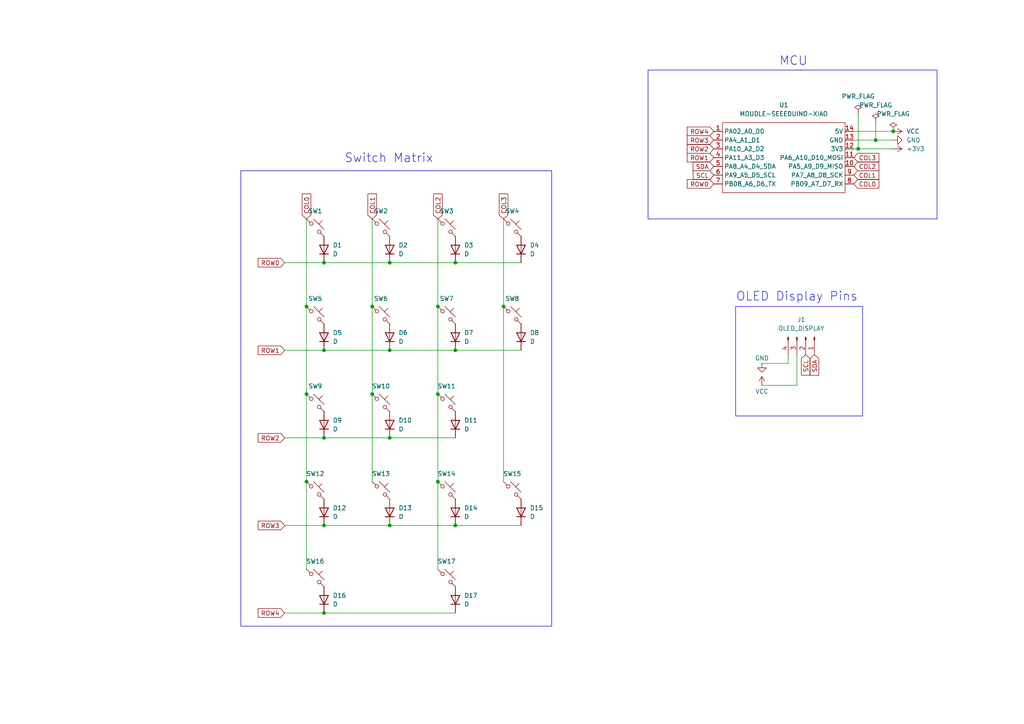
<source format=kicad_sch>
(kicad_sch (version 20231120) (generator "eeschema") (generator_version "8.0")
  (paper "A4")
  (lib_symbols
    (symbol "Connector:Conn_01x04_Pin" (pin_names (offset 1.016) hide)
      (property "Reference" "J" (at 0 5.08 0))
      (property "Value" "Conn_01x04_Pin" (at 0 -7.62 0))
      (symbol "Conn_01x04_Pin_1_1"
        (polyline (pts (xy 1.27 -5.08) (xy 0.8636 -5.08)) (stroke (width 0.1524)))
        (polyline (pts (xy 1.27 -2.54) (xy 0.8636 -2.54)) (stroke (width 0.1524)))
        (polyline (pts (xy 1.27 0) (xy 0.8636 0)) (stroke (width 0.1524)))
        (polyline (pts (xy 1.27 2.54) (xy 0.8636 2.54)) (stroke (width 0.1524)))
        (rectangle (start 0.8636 -4.953) (end 0 -5.207) (stroke (width 0.1524)) (fill (type outline)))
        (rectangle (start 0.8636 -2.413) (end 0 -2.667) (stroke (width 0.1524)) (fill (type outline)))
        (rectangle (start 0.8636 0.127) (end 0 -0.127) (stroke (width 0.1524)) (fill (type outline)))
        (rectangle (start 0.8636 2.667) (end 0 2.413) (stroke (width 0.1524)) (fill (type outline)))
        (pin passive line (at 5.08 2.54 180) (length 3.81) (name "Pin_1") (number "1"))
        (pin passive line (at 5.08 0 180) (length 3.81) (name "Pin_2") (number "2"))
        (pin passive line (at 5.08 -2.54 180) (length 3.81) (name "Pin_3") (number "3"))
        (pin passive line (at 5.08 -5.08 180) (length 3.81) (name "Pin_4") (number "4"))
      )
    )
    (symbol "Device:D" (pin_numbers hide) (pin_names (offset 1.016) hide)
      (property "Reference" "D" (at 0 2.54 0))
      (property "Value" "D" (at 0 -2.54 0))
      (symbol "D_0_1"
        (polyline (pts (xy -1.27 1.27) (xy -1.27 -1.27)) (stroke (width 0.254)))
        (polyline (pts (xy 1.27 0) (xy -1.27 0)))
        (polyline (pts (xy 1.27 1.27) (xy 1.27 -1.27) (xy -1.27 0) (xy 1.27 1.27)) (stroke (width 0.254)))
      )
      (symbol "D_1_1"
        (pin passive line (at -3.81 0 0) (length 2.54) (name "K") (number "1"))
        (pin passive line (at 3.81 0 180) (length 2.54) (name "A") (number "2"))
      )
    )
    (symbol "MOUDLE-SEEEDUINO-XIAO:MOUDLE-SEEEDUINO-XIAO"
      (property "Reference" "U" (at -16.51 11.43 0))
      (property "Value" "MOUDLE-SEEEDUINO-XIAO" (at -3.81 -11.43 0))
      (symbol "MOUDLE-SEEEDUINO-XIAO_0_1"
        (rectangle (start -16.51 10.16) (end 19.05 -10.16))
      )
      (symbol "MOUDLE-SEEEDUINO-XIAO_1_1"
        (pin passive line (at -19.05 7.62 0) (length 2.54) (name "PA02_A0_D0") (number "1"))
        (pin passive line (at 21.59 -2.54 180) (length 2.54) (name "PA5_A9_D9_MISO") (number "10"))
        (pin passive line (at 21.59 0 180) (length 2.54) (name "PA6_A10_D10_MOSI") (number "11"))
        (pin passive line (at 21.59 2.54 180) (length 2.54) (name "3V3") (number "12"))
        (pin passive line (at 21.59 5.08 180) (length 2.54) (name "GND") (number "13"))
        (pin passive line (at 21.59 7.62 180) (length 2.54) (name "5V") (number "14"))
        (pin passive line (at -19.05 5.08 0) (length 2.54) (name "PA4_A1_D1") (number "2"))
        (pin passive line (at -19.05 2.54 0) (length 2.54) (name "PA10_A2_D2") (number "3"))
        (pin passive line (at -19.05 0 0) (length 2.54) (name "PA11_A3_D3") (number "4"))
        (pin passive line (at -19.05 -2.54 0) (length 2.54) (name "PA8_A4_D4_SDA") (number "5"))
        (pin passive line (at -19.05 -5.08 0) (length 2.54) (name "PA9_A5_D5_SCL") (number "6"))
        (pin passive line (at -19.05 -7.62 0) (length 2.54) (name "PB08_A6_D6_TX") (number "7"))
        (pin passive line (at 21.59 -7.62 180) (length 2.54) (name "PB09_A7_D7_RX") (number "8"))
        (pin passive line (at 21.59 -5.08 180) (length 2.54) (name "PA7_A8_D8_SCK") (number "9"))
      )
    )
    (symbol "Switch:SW_Push_45deg" (pin_numbers hide) (pin_names (offset 1.016) hide)
      (property "Reference" "SW" (at 3.048 1.016 0))
      (property "Value" "SW_Push_45deg" (at 0 -3.81 0))
      (symbol "SW_Push_45deg_0_1"
        (circle (center -1.1684 1.1684) (radius 0.508))
        (polyline (pts (xy -0.508 2.54) (xy 2.54 -0.508)))
        (polyline (pts (xy 1.016 1.016) (xy 2.032 2.032)))
        (polyline (pts (xy -2.54 2.54) (xy -1.524 1.524) (xy -1.524 1.524)))
        (polyline (pts (xy 1.524 -1.524) (xy 2.54 -2.54) (xy 2.54 -2.54) (xy 2.54 -2.54)))
        (circle (center 1.143 -1.1938) (radius 0.508))
        (pin passive line (at -2.54 2.54 0) (length 0) (name "1") (number "1"))
        (pin passive line (at 2.54 -2.54 180) (length 0) (name "2") (number "2"))
      )
    )
    (symbol "power:+3V3" (power) (pin_numbers hide) (pin_names (offset 0) hide)
      (property "Value" "+3V3" (at 0 3.556 0))
      (symbol "+3V3_0_1"
        (polyline (pts (xy -0.762 1.27) (xy 0 2.54)))
        (polyline (pts (xy 0 0) (xy 0 2.54)))
        (polyline (pts (xy 0 2.54) (xy 0.762 1.27)))
      )
      (symbol "+3V3_1_1"
        (pin power_in line (at 0 0 90) (length 0) (name "~") (number "1"))
      )
    )
    (symbol "power:GND" (power) (pin_numbers hide) (pin_names (offset 0) hide)
      (property "Value" "GND" (at 0 -3.81 0))
      (symbol "GND_0_1"
        (polyline (pts (xy 0 0) (xy 0 -1.27) (xy 1.27 -1.27) (xy 0 -2.54) (xy -1.27 -1.27) (xy 0 -1.27)))
      )
      (symbol "GND_1_1"
        (pin power_in line (at 0 0 270) (length 0) (name "~") (number "1"))
      )
    )
    (symbol "power:PWR_FLAG" (power) (pin_numbers hide) (pin_names (offset 0) hide)
      (property "Value" "PWR_FLAG" (at 0 3.81 0))
      (symbol "PWR_FLAG_0_0"
        (pin power_out line (at 0 0 90) (length 0) (name "~") (number "1"))
      )
      (symbol "PWR_FLAG_0_1"
        (polyline (pts (xy 0 0) (xy 0 1.27) (xy -1.016 1.905) (xy 0 2.54) (xy 1.016 1.905) (xy 0 1.27)))
      )
    )
    (symbol "power:VCC" (power) (pin_numbers hide) (pin_names (offset 0) hide)
      (property "Value" "VCC" (at 0 3.556 0))
      (symbol "VCC_0_1"
        (polyline (pts (xy -0.762 1.27) (xy 0 2.54)))
        (polyline (pts (xy 0 0) (xy 0 2.54)))
        (polyline (pts (xy 0 2.54) (xy 0.762 1.27)))
      )
      (symbol "VCC_1_1"
        (pin power_in line (at 0 0 90) (length 0) (name "~") (number "1"))
      )
    )
  )
  (junction (at 248.92 43.18))
  (junction (at 107.95 114.3))
  (junction (at 113.03 152.4))
  (junction (at 146.05 88.9))
  (junction (at 113.03 76.2))
  (junction (at 132.08 76.2))
  (junction (at 107.95 88.9))
  (junction (at 132.08 152.4))
  (junction (at 88.9 139.7))
  (junction (at 113.03 101.6))
  (junction (at 93.98 152.4))
  (junction (at 93.98 127))
  (junction (at 88.9 88.9))
  (junction (at 254 40.64))
  (junction (at 93.98 76.2))
  (junction (at 127 139.7))
  (junction (at 93.98 101.6))
  (junction (at 259.08 38.1))
  (junction (at 93.98 177.8))
  (junction (at 132.08 101.6))
  (junction (at 127 88.9))
  (junction (at 127 114.3))
  (junction (at 113.03 127))
  (junction (at 88.9 114.3))
  (wire (pts (xy 88.9 114.3) (xy 88.9 139.7)))
  (wire (pts (xy 107.95 88.9) (xy 107.95 114.3)))
  (wire (pts (xy 93.98 152.4) (xy 113.03 152.4)))
  (wire (pts (xy 228.6 105.41) (xy 228.6 102.87)))
  (wire (pts (xy 107.95 114.3) (xy 107.95 139.7)))
  (wire (pts (xy 127 88.9) (xy 127 114.3)))
  (wire (pts (xy 82.55 127) (xy 93.98 127)))
  (wire (pts (xy 113.03 152.4) (xy 132.08 152.4)))
  (wire (pts (xy 254 35.56) (xy 254 40.64)))
  (wire (pts (xy 82.55 101.6) (xy 93.98 101.6)))
  (wire (pts (xy 254 40.64) (xy 259.08 40.64)))
  (wire (pts (xy 82.55 177.8) (xy 93.98 177.8)))
  (wire (pts (xy 93.98 76.2) (xy 113.03 76.2)))
  (wire (pts (xy 220.98 105.41) (xy 228.6 105.41)))
  (wire (pts (xy 113.03 101.6) (xy 132.08 101.6)))
  (wire (pts (xy 132.08 152.4) (xy 151.13 152.4)))
  (wire (pts (xy 259.08 43.18) (xy 248.92 43.18)))
  (wire (pts (xy 82.55 76.2) (xy 93.98 76.2)))
  (wire (pts (xy 231.14 111.76) (xy 231.14 102.87)))
  (wire (pts (xy 82.55 152.4) (xy 93.98 152.4)))
  (wire (pts (xy 220.98 111.76) (xy 231.14 111.76)))
  (wire (pts (xy 107.95 63.5) (xy 107.95 88.9)))
  (wire (pts (xy 113.03 76.2) (xy 132.08 76.2)))
  (wire (pts (xy 146.05 63.5) (xy 146.05 88.9)))
  (wire (pts (xy 132.08 76.2) (xy 151.13 76.2)))
  (wire (pts (xy 132.08 101.6) (xy 151.13 101.6)))
  (wire (pts (xy 93.98 101.6) (xy 113.03 101.6)))
  (wire (pts (xy 127 63.5) (xy 127 88.9)))
  (wire (pts (xy 93.98 177.8) (xy 132.08 177.8)))
  (wire (pts (xy 93.98 127) (xy 113.03 127)))
  (wire (pts (xy 247.65 40.64) (xy 254 40.64)))
  (wire (pts (xy 88.9 63.5) (xy 88.9 88.9)))
  (wire (pts (xy 113.03 127) (xy 132.08 127)))
  (wire (pts (xy 248.92 33.02) (xy 248.92 43.18)))
  (wire (pts (xy 88.9 139.7) (xy 88.9 165.1)))
  (wire (pts (xy 247.65 38.1) (xy 259.08 38.1)))
  (wire (pts (xy 88.9 88.9) (xy 88.9 114.3)))
  (wire (pts (xy 127 114.3) (xy 127 139.7)))
  (wire (pts (xy 127 139.7) (xy 127 165.1)))
  (wire (pts (xy 146.05 88.9) (xy 146.05 139.7)))
  (wire (pts (xy 248.92 43.18) (xy 247.65 43.18)))
  (rectangle (start 213.36 88.9) (end 250.19 120.65))
  (rectangle (start 69.85 49.53) (end 160.02 181.61))
  (rectangle (start 187.96 20.32) (end 271.78 63.5))
  (text "OLED Display Pins" (at 231.14 86.106 0) (effects (font (size 2.54 2.54))))
  (text "MCU\n" (at 230.124 17.78 0) (effects (font (size 2.54 2.54))))
  (text "Switch Matrix" (at 112.776 45.974 0) (effects (font (size 2.54 2.54))))
  (global_label "SDA" (shape input) (at 236.22 102.87 270) (property "Intersheetrefs" "${INTERSHEET_REFS}" (effects (hide yes))))
  (global_label "COL1" (shape input) (at 247.65 50.8 0) (property "Intersheetrefs" "${INTERSHEET_REFS}" (effects (hide yes))))
  (global_label "COL3" (shape input) (at 146.05 63.5 90) (property "Intersheetrefs" "${INTERSHEET_REFS}" (effects (hide yes))))
  (global_label "COL2" (shape input) (at 247.65 48.26 0) (property "Intersheetrefs" "${INTERSHEET_REFS}" (effects (hide yes))))
  (global_label "ROW2" (shape input) (at 207.01 43.18 180) (property "Intersheetrefs" "${INTERSHEET_REFS}" (effects (hide yes))))
  (global_label "COL0" (shape input) (at 88.9 63.5 90) (property "Intersheetrefs" "${INTERSHEET_REFS}" (effects (hide yes))))
  (global_label "ROW3" (shape input) (at 207.01 40.64 180) (property "Intersheetrefs" "${INTERSHEET_REFS}" (effects (hide yes))))
  (global_label "SCL" (shape input) (at 207.01 50.8 180) (property "Intersheetrefs" "${INTERSHEET_REFS}" (effects (hide yes))))
  (global_label "ROW3" (shape input) (at 82.55 152.4 180) (property "Intersheetrefs" "${INTERSHEET_REFS}" (effects (hide yes))))
  (global_label "ROW1" (shape input) (at 207.01 45.72 180) (property "Intersheetrefs" "${INTERSHEET_REFS}" (effects (hide yes))))
  (global_label "ROW1" (shape input) (at 82.55 101.6 180) (property "Intersheetrefs" "${INTERSHEET_REFS}" (effects (hide yes))))
  (global_label "ROW0" (shape input) (at 207.01 53.34 180) (property "Intersheetrefs" "${INTERSHEET_REFS}" (effects (hide yes))))
  (global_label "ROW2" (shape input) (at 82.55 127 180) (property "Intersheetrefs" "${INTERSHEET_REFS}" (effects (hide yes))))
  (global_label "SDA" (shape input) (at 207.01 48.26 180) (property "Intersheetrefs" "${INTERSHEET_REFS}" (effects (hide yes))))
  (global_label "ROW0" (shape input) (at 82.55 76.2 180) (property "Intersheetrefs" "${INTERSHEET_REFS}" (effects (hide yes))))
  (global_label "COL1" (shape input) (at 107.95 63.5 90) (property "Intersheetrefs" "${INTERSHEET_REFS}" (effects (hide yes))))
  (global_label "ROW4" (shape input) (at 82.55 177.8 180) (property "Intersheetrefs" "${INTERSHEET_REFS}" (effects (hide yes))))
  (global_label "ROW4" (shape input) (at 207.01 38.1 180) (property "Intersheetrefs" "${INTERSHEET_REFS}" (effects (hide yes))))
  (global_label "COL2" (shape input) (at 127 63.5 90) (property "Intersheetrefs" "${INTERSHEET_REFS}" (effects (hide yes))))
  (global_label "COL0" (shape input) (at 247.65 53.34 0) (property "Intersheetrefs" "${INTERSHEET_REFS}" (effects (hide yes))))
  (global_label "COL3" (shape input) (at 247.65 45.72 0) (property "Intersheetrefs" "${INTERSHEET_REFS}" (effects (hide yes))))
  (global_label "SCL" (shape input) (at 233.68 102.87 270) (property "Intersheetrefs" "${INTERSHEET_REFS}" (effects (hide yes))))
  (symbol (lib_id "Switch:SW_Push_45deg") (at 129.54 167.64 0) (unit 1)
    (property "Reference" "SW17" (at 129.54 162.814 0))
    (property "Value" "SW_Push_45deg" (effects (hide yes)))
    (property "Footprint" "3D-Models:MX-Solderable-1U-3D" (effects (hide yes)))
    (property "Description" "Push button switch, normally open, two pins, 45° tilted" (effects (hide yes)))
  )
  (symbol (lib_id "power:VCC") (at 259.08 38.1 270) (unit 1)
    (property "Reference" "#PWR01" (effects (hide yes)))
    (property "Value" "VCC" (at 262.89 38.0999 90) (effects (justify left)))
    (property "Description" "Power symbol creates a global label with name \"VCC\"" (effects (hide yes)))
  )
  (symbol (lib_id "Device:D") (at 151.13 72.39 90) (unit 1)
    (property "Reference" "D4" (at 153.67 71.1199 90) (effects (justify right)))
    (property "Value" "D" (at 153.67 73.6599 90) (effects (justify right)))
    (property "Footprint" "3D-Models:Diode_DO-35" (effects (hide yes)))
    (property "Description" "Diode" (effects (hide yes)))
    (property "Sim.Device" "D" (effects (hide yes)))
    (property "Sim.Pins" "1=K 2=A" (effects (hide yes)))
  )
  (symbol (lib_id "Switch:SW_Push_45deg") (at 91.44 142.24 0) (unit 1)
    (property "Reference" "SW12" (at 91.44 137.414 0))
    (property "Value" "SW_Push_45deg" (effects (hide yes)))
    (property "Footprint" "3D-Models:MX-Solderable-1U-3D" (effects (hide yes)))
    (property "Description" "Push button switch, normally open, two pins, 45° tilted" (effects (hide yes)))
  )
  (symbol (lib_id "Switch:SW_Push_45deg") (at 110.49 66.04 0) (unit 1)
    (property "Reference" "SW2" (at 110.49 61.214 0))
    (property "Value" "SW_Push_45deg" (effects (hide yes)))
    (property "Footprint" "3D-Models:MX-Solderable-1U-3D" (effects (hide yes)))
    (property "Description" "Push button switch, normally open, two pins, 45° tilted" (effects (hide yes)))
  )
  (symbol (lib_id "power:+3V3") (at 259.08 43.18 270) (unit 1)
    (property "Reference" "#PWR03" (effects (hide yes)))
    (property "Value" "+3V3" (at 262.89 43.1799 90) (effects (justify left)))
    (property "Description" "Power symbol creates a global label with name \"+3V3\"" (effects (hide yes)))
  )
  (symbol (lib_id "Device:D") (at 93.98 123.19 90) (unit 1)
    (property "Reference" "D9" (at 96.52 121.9199 90) (effects (justify right)))
    (property "Value" "D" (at 96.52 124.4599 90) (effects (justify right)))
    (property "Footprint" "3D-Models:Diode_DO-35" (effects (hide yes)))
    (property "Description" "Diode" (effects (hide yes)))
    (property "Sim.Device" "D" (effects (hide yes)))
    (property "Sim.Pins" "1=K 2=A" (effects (hide yes)))
  )
  (symbol (lib_id "Device:D") (at 93.98 72.39 90) (unit 1)
    (property "Reference" "D1" (at 96.52 71.1199 90) (effects (justify right)))
    (property "Value" "D" (at 96.52 73.6599 90) (effects (justify right)))
    (property "Footprint" "3D-Models:Diode_DO-35" (effects (hide yes)))
    (property "Description" "Diode" (effects (hide yes)))
    (property "Sim.Device" "D" (effects (hide yes)))
    (property "Sim.Pins" "1=K 2=A" (effects (hide yes)))
  )
  (symbol (lib_id "Device:D") (at 132.08 173.99 90) (unit 1)
    (property "Reference" "D17" (at 134.62 172.7199 90) (effects (justify right)))
    (property "Value" "D" (at 134.62 175.2599 90) (effects (justify right)))
    (property "Footprint" "3D-Models:Diode_DO-35" (effects (hide yes)))
    (property "Description" "Diode" (effects (hide yes)))
    (property "Sim.Device" "D" (effects (hide yes)))
    (property "Sim.Pins" "1=K 2=A" (effects (hide yes)))
  )
  (symbol (lib_id "Device:D") (at 113.03 148.59 90) (unit 1)
    (property "Reference" "D13" (at 115.57 147.3199 90) (effects (justify right)))
    (property "Value" "D" (at 115.57 149.8599 90) (effects (justify right)))
    (property "Footprint" "3D-Models:Diode_DO-35" (effects (hide yes)))
    (property "Description" "Diode" (effects (hide yes)))
    (property "Sim.Device" "D" (effects (hide yes)))
    (property "Sim.Pins" "1=K 2=A" (effects (hide yes)))
  )
  (symbol (lib_id "Switch:SW_Push_45deg") (at 110.49 142.24 0) (unit 1)
    (property "Reference" "SW13" (at 110.49 137.414 0))
    (property "Value" "SW_Push_45deg" (effects (hide yes)))
    (property "Footprint" "3D-Models:MX-Solderable-1U-3D" (effects (hide yes)))
    (property "Description" "Push button switch, normally open, two pins, 45° tilted" (effects (hide yes)))
  )
  (symbol (lib_id "Switch:SW_Push_45deg") (at 129.54 66.04 0) (unit 1)
    (property "Reference" "SW3" (at 129.54 61.214 0))
    (property "Value" "SW_Push_45deg" (effects (hide yes)))
    (property "Footprint" "3D-Models:MX-Solderable-1U-3D" (effects (hide yes)))
    (property "Description" "Push button switch, normally open, two pins, 45° tilted" (effects (hide yes)))
  )
  (symbol (lib_id "Switch:SW_Push_45deg") (at 91.44 91.44 0) (unit 1)
    (property "Reference" "SW5" (at 91.44 86.614 0))
    (property "Value" "SW_Push_45deg" (effects (hide yes)))
    (property "Footprint" "3D-Models:MX-Solderable-1U-3D" (effects (hide yes)))
    (property "Description" "Push button switch, normally open, two pins, 45° tilted" (effects (hide yes)))
  )
  (symbol (lib_id "Switch:SW_Push_45deg") (at 148.59 91.44 0) (unit 1)
    (property "Reference" "SW8" (at 148.59 86.614 0))
    (property "Value" "SW_Push_45deg" (effects (hide yes)))
    (property "Footprint" "3D-Models:MX-Solderable-1U-3D" (effects (hide yes)))
    (property "Description" "Push button switch, normally open, two pins, 45° tilted" (effects (hide yes)))
  )
  (symbol (lib_id "power:PWR_FLAG") (at 254 35.56 0) (unit 1)
    (property "Reference" "#FLG02" (effects (hide yes)))
    (property "Value" "PWR_FLAG" (at 254 30.48 0))
    (property "Description" "Special symbol for telling ERC where power comes from" (effects (hide yes)))
  )
  (symbol (lib_id "Device:D") (at 132.08 148.59 90) (unit 1)
    (property "Reference" "D14" (at 134.62 147.3199 90) (effects (justify right)))
    (property "Value" "D" (at 134.62 149.8599 90) (effects (justify right)))
    (property "Footprint" "3D-Models:Diode_DO-35" (effects (hide yes)))
    (property "Description" "Diode" (effects (hide yes)))
    (property "Sim.Device" "D" (effects (hide yes)))
    (property "Sim.Pins" "1=K 2=A" (effects (hide yes)))
  )
  (symbol (lib_id "Device:D") (at 93.98 97.79 90) (unit 1)
    (property "Reference" "D5" (at 96.52 96.5199 90) (effects (justify right)))
    (property "Value" "D" (at 96.52 99.0599 90) (effects (justify right)))
    (property "Footprint" "3D-Models:Diode_DO-35" (effects (hide yes)))
    (property "Description" "Diode" (effects (hide yes)))
    (property "Sim.Device" "D" (effects (hide yes)))
    (property "Sim.Pins" "1=K 2=A" (effects (hide yes)))
  )
  (symbol (lib_id "power:GND") (at 220.98 105.41 0) (unit 1)
    (property "Reference" "#PWR04" (effects (hide yes)))
    (property "Value" "GND" (at 220.98 103.886 0))
    (property "Description" "Power symbol creates a global label with name \"GND\" , ground" (effects (hide yes)))
  )
  (symbol (lib_id "Switch:SW_Push_45deg") (at 148.59 66.04 0) (unit 1)
    (property "Reference" "SW4" (at 148.59 61.214 0))
    (property "Value" "SW_Push_45deg" (effects (hide yes)))
    (property "Footprint" "3D-Models:MX-Solderable-1U-3D" (effects (hide yes)))
    (property "Description" "Push button switch, normally open, two pins, 45° tilted" (effects (hide yes)))
  )
  (symbol (lib_id "Device:D") (at 132.08 123.19 90) (unit 1)
    (property "Reference" "D11" (at 134.62 121.9199 90) (effects (justify right)))
    (property "Value" "D" (at 134.62 124.4599 90) (effects (justify right)))
    (property "Footprint" "3D-Models:Diode_DO-35" (effects (hide yes)))
    (property "Description" "Diode" (effects (hide yes)))
    (property "Sim.Device" "D" (effects (hide yes)))
    (property "Sim.Pins" "1=K 2=A" (effects (hide yes)))
  )
  (symbol (lib_id "Switch:SW_Push_45deg") (at 129.54 142.24 0) (unit 1)
    (property "Reference" "SW14" (at 129.54 137.414 0))
    (property "Value" "SW_Push_45deg" (effects (hide yes)))
    (property "Footprint" "3D-Models:MX-Solderable-1U-3D" (effects (hide yes)))
    (property "Description" "Push button switch, normally open, two pins, 45° tilted" (effects (hide yes)))
  )
  (symbol (lib_id "Switch:SW_Push_45deg") (at 91.44 116.84 0) (unit 1)
    (property "Reference" "SW9" (at 91.44 112.014 0))
    (property "Value" "SW_Push_45deg" (effects (hide yes)))
    (property "Footprint" "3D-Models:MX-Solderable-1U-3D" (effects (hide yes)))
    (property "Description" "Push button switch, normally open, two pins, 45° tilted" (effects (hide yes)))
  )
  (symbol (lib_id "power:VCC") (at 220.98 111.76 0) (unit 1)
    (property "Reference" "#PWR05" (effects (hide yes)))
    (property "Value" "VCC" (at 220.98 113.538 0))
    (property "Description" "Power symbol creates a global label with name \"VCC\"" (effects (hide yes)))
  )
  (symbol (lib_id "Device:D") (at 113.03 72.39 90) (unit 1)
    (property "Reference" "D2" (at 115.57 71.1199 90) (effects (justify right)))
    (property "Value" "D" (at 115.57 73.6599 90) (effects (justify right)))
    (property "Footprint" "3D-Models:Diode_DO-35" (effects (hide yes)))
    (property "Description" "Diode" (effects (hide yes)))
    (property "Sim.Device" "D" (effects (hide yes)))
    (property "Sim.Pins" "1=K 2=A" (effects (hide yes)))
  )
  (symbol (lib_id "Switch:SW_Push_45deg") (at 148.59 142.24 0) (unit 1)
    (property "Reference" "SW15" (at 148.59 137.414 0))
    (property "Value" "SW_Push_45deg" (effects (hide yes)))
    (property "Footprint" "3D-Models:MX-Solderable-1U-3D" (effects (hide yes)))
    (property "Description" "Push button switch, normally open, two pins, 45° tilted" (effects (hide yes)))
  )
  (symbol (lib_id "Switch:SW_Push_45deg") (at 129.54 116.84 0) (unit 1)
    (property "Reference" "SW11" (at 129.54 112.014 0))
    (property "Value" "SW_Push_45deg" (effects (hide yes)))
    (property "Footprint" "3D-Models:MX-Solderable-1U-3D" (effects (hide yes)))
    (property "Description" "Push button switch, normally open, two pins, 45° tilted" (effects (hide yes)))
  )
  (symbol (lib_id "power:PWR_FLAG") (at 259.08 38.1 0) (unit 1)
    (property "Reference" "#FLG01" (effects (hide yes)))
    (property "Value" "PWR_FLAG" (at 259.08 33.02 0))
    (property "Description" "Special symbol for telling ERC where power comes from" (effects (hide yes)))
  )
  (symbol (lib_id "Device:D") (at 93.98 173.99 90) (unit 1)
    (property "Reference" "D16" (at 96.52 172.7199 90) (effects (justify right)))
    (property "Value" "D" (at 96.52 175.2599 90) (effects (justify right)))
    (property "Footprint" "3D-Models:Diode_DO-35" (effects (hide yes)))
    (property "Description" "Diode" (effects (hide yes)))
    (property "Sim.Device" "D" (effects (hide yes)))
    (property "Sim.Pins" "1=K 2=A" (effects (hide yes)))
  )
  (symbol (lib_id "Switch:SW_Push_45deg") (at 91.44 167.64 0) (unit 1)
    (property "Reference" "SW16" (at 91.44 162.814 0))
    (property "Value" "SW_Push_45deg" (effects (hide yes)))
    (property "Footprint" "3D-Models:MX-Solderable-1U-3D" (effects (hide yes)))
    (property "Description" "Push button switch, normally open, two pins, 45° tilted" (effects (hide yes)))
  )
  (symbol (lib_id "Switch:SW_Push_45deg") (at 110.49 116.84 0) (unit 1)
    (property "Reference" "SW10" (at 110.49 112.014 0))
    (property "Value" "SW_Push_45deg" (effects (hide yes)))
    (property "Footprint" "3D-Models:MX-Solderable-1U-3D" (effects (hide yes)))
    (property "Description" "Push button switch, normally open, two pins, 45° tilted" (effects (hide yes)))
  )
  (symbol (lib_id "Device:D") (at 113.03 123.19 90) (unit 1)
    (property "Reference" "D10" (at 115.57 121.9199 90) (effects (justify right)))
    (property "Value" "D" (at 115.57 124.4599 90) (effects (justify right)))
    (property "Footprint" "3D-Models:Diode_DO-35" (effects (hide yes)))
    (property "Description" "Diode" (effects (hide yes)))
    (property "Sim.Device" "D" (effects (hide yes)))
    (property "Sim.Pins" "1=K 2=A" (effects (hide yes)))
  )
  (symbol (lib_id "Switch:SW_Push_45deg") (at 110.49 91.44 0) (unit 1)
    (property "Reference" "SW6" (at 110.49 86.614 0))
    (property "Value" "SW_Push_45deg" (effects (hide yes)))
    (property "Footprint" "3D-Models:MX-Solderable-1U-3D" (effects (hide yes)))
    (property "Description" "Push button switch, normally open, two pins, 45° tilted" (effects (hide yes)))
  )
  (symbol (lib_id "power:PWR_FLAG") (at 248.92 33.02 0) (unit 1)
    (property "Reference" "#FLG03" (effects (hide yes)))
    (property "Value" "PWR_FLAG" (at 248.92 27.94 0))
    (property "Description" "Special symbol for telling ERC where power comes from" (effects (hide yes)))
  )
  (symbol (lib_id "Device:D") (at 93.98 148.59 90) (unit 1)
    (property "Reference" "D12" (at 96.52 147.3199 90) (effects (justify right)))
    (property "Value" "D" (at 96.52 149.8599 90) (effects (justify right)))
    (property "Footprint" "3D-Models:Diode_DO-35" (effects (hide yes)))
    (property "Description" "Diode" (effects (hide yes)))
    (property "Sim.Device" "D" (effects (hide yes)))
    (property "Sim.Pins" "1=K 2=A" (effects (hide yes)))
  )
  (symbol (lib_id "MOUDLE-SEEEDUINO-XIAO:MOUDLE-SEEEDUINO-XIAO") (at 226.06 45.72 0) (unit 1)
    (property "Reference" "U1" (at 227.33 30.48 0))
    (property "Value" "MOUDLE-SEEEDUINO-XIAO" (at 227.33 33.02 0))
    (property "Footprint" "Seeed Studio XIAO Series Library:XIAO-Generic-Hybrid-14P-2.54-21X17.8MM" (effects (hide yes)))
  )
  (symbol (lib_id "Switch:SW_Push_45deg") (at 129.54 91.44 0) (unit 1)
    (property "Reference" "SW7" (at 129.54 86.614 0))
    (property "Value" "SW_Push_45deg" (effects (hide yes)))
    (property "Footprint" "3D-Models:MX-Solderable-1U-3D" (effects (hide yes)))
    (property "Description" "Push button switch, normally open, two pins, 45° tilted" (effects (hide yes)))
  )
  (symbol (lib_id "Device:D") (at 132.08 97.79 90) (unit 1)
    (property "Reference" "D7" (at 134.62 96.5199 90) (effects (justify right)))
    (property "Value" "D" (at 134.62 99.0599 90) (effects (justify right)))
    (property "Footprint" "3D-Models:Diode_DO-35" (effects (hide yes)))
    (property "Description" "Diode" (effects (hide yes)))
    (property "Sim.Device" "D" (effects (hide yes)))
    (property "Sim.Pins" "1=K 2=A" (effects (hide yes)))
  )
  (symbol (lib_id "Device:D") (at 113.03 97.79 90) (unit 1)
    (property "Reference" "D6" (at 115.57 96.5199 90) (effects (justify right)))
    (property "Value" "D" (at 115.57 99.0599 90) (effects (justify right)))
    (property "Footprint" "3D-Models:Diode_DO-35" (effects (hide yes)))
    (property "Description" "Diode" (effects (hide yes)))
    (property "Sim.Device" "D" (effects (hide yes)))
    (property "Sim.Pins" "1=K 2=A" (effects (hide yes)))
  )
  (symbol (lib_id "power:GND") (at 259.08 40.64 90) (unit 1)
    (property "Reference" "#PWR02" (effects (hide yes)))
    (property "Value" "GND" (at 262.89 40.6399 90) (effects (justify right)))
    (property "Description" "Power symbol creates a global label with name \"GND\" , ground" (effects (hide yes)))
  )
  (symbol (lib_id "Device:D") (at 132.08 72.39 90) (unit 1)
    (property "Reference" "D3" (at 134.62 71.1199 90) (effects (justify right)))
    (property "Value" "D" (at 134.62 73.6599 90) (effects (justify right)))
    (property "Footprint" "3D-Models:Diode_DO-35" (effects (hide yes)))
    (property "Description" "Diode" (effects (hide yes)))
    (property "Sim.Device" "D" (effects (hide yes)))
    (property "Sim.Pins" "1=K 2=A" (effects (hide yes)))
  )
  (symbol (lib_id "Connector:Conn_01x04_Pin") (at 233.68 97.79 270) (unit 1)
    (property "Reference" "J1" (at 232.41 92.71 90))
    (property "Value" "OLED_DISPLAY" (at 232.41 95.25 90))
    (property "Footprint" "pinheader_2.54mm:PinHeader_1x04_P2.54mm_Vertical" (effects (hide yes)))
    (property "Description" "Generic connector, single row, 01x04, script generated" (effects (hide yes)))
  )
  (symbol (lib_id "Device:D") (at 151.13 148.59 90) (unit 1)
    (property "Reference" "D15" (at 153.67 147.3199 90) (effects (justify right)))
    (property "Value" "D" (at 153.67 149.8599 90) (effects (justify right)))
    (property "Footprint" "3D-Models:Diode_DO-35" (effects (hide yes)))
    (property "Description" "Diode" (effects (hide yes)))
    (property "Sim.Device" "D" (effects (hide yes)))
    (property "Sim.Pins" "1=K 2=A" (effects (hide yes)))
  )
  (symbol (lib_id "Device:D") (at 151.13 97.79 90) (unit 1)
    (property "Reference" "D8" (at 153.67 96.5199 90) (effects (justify right)))
    (property "Value" "D" (at 153.67 99.0599 90) (effects (justify right)))
    (property "Footprint" "3D-Models:Diode_DO-35" (effects (hide yes)))
    (property "Description" "Diode" (effects (hide yes)))
    (property "Sim.Device" "D" (effects (hide yes)))
    (property "Sim.Pins" "1=K 2=A" (effects (hide yes)))
  )
  (symbol (lib_id "Switch:SW_Push_45deg") (at 91.44 66.04 0) (unit 1)
    (property "Reference" "SW1" (at 91.44 61.214 0))
    (property "Value" "SW_Push_45deg" (effects (hide yes)))
    (property "Footprint" "3D-Models:MX-Solderable-1U-3D" (effects (hide yes)))
    (property "Description" "Push button switch, normally open, two pins, 45° tilted" (effects (hide yes)))
  )
)
</source>
